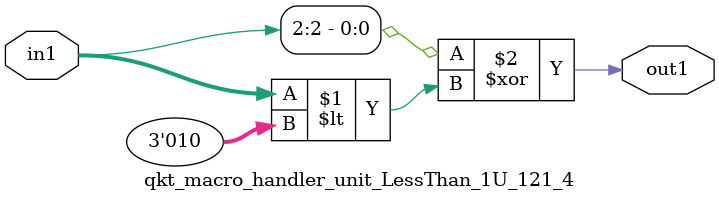
<source format=v>

`timescale 1ps / 1ps


module qkt_macro_handler_unit_LessThan_1U_121_4( in1, out1 );

    input [2:0] in1;
    output out1;

    
    // rtl_process:qkt_macro_handler_unit_LessThan_1U_121_4/qkt_macro_handler_unit_LessThan_1U_121_4_thread_1
    assign out1 = (in1[2] ^ in1 < 3'd2);

endmodule


</source>
